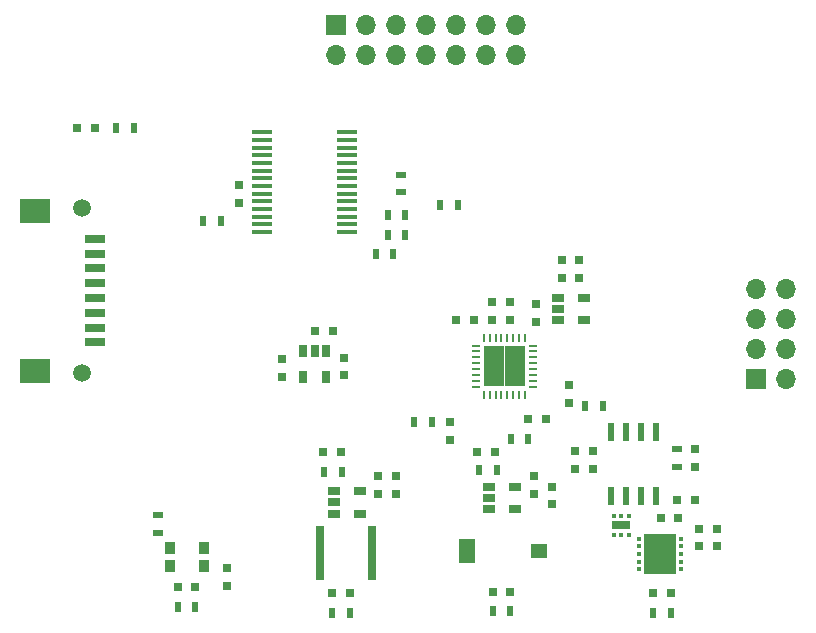
<source format=gts>
G04 #@! TF.FileFunction,Soldermask,Top*
%FSLAX46Y46*%
G04 Gerber Fmt 4.6, Leading zero omitted, Abs format (unit mm)*
G04 Created by KiCad (PCBNEW 4.0.6) date Monday, August 21, 2017 'PMt' 07:11:47 PM*
%MOMM*%
%LPD*%
G01*
G04 APERTURE LIST*
%ADD10C,0.100000*%
%ADD11R,1.750000X0.450000*%
%ADD12R,0.750000X0.800000*%
%ADD13R,0.800000X0.750000*%
%ADD14R,0.797560X0.797560*%
%ADD15R,1.400000X1.200000*%
%ADD16R,1.400000X2.000000*%
%ADD17R,0.750000X4.550000*%
%ADD18C,1.500000*%
%ADD19R,2.600000X2.000000*%
%ADD20R,1.800000X0.700000*%
%ADD21R,1.700000X1.700000*%
%ADD22O,1.700000X1.700000*%
%ADD23R,0.500000X0.900000*%
%ADD24R,0.900000X0.500000*%
%ADD25R,0.450000X0.350000*%
%ADD26R,2.700000X3.400000*%
%ADD27R,0.250000X0.700000*%
%ADD28R,0.700000X0.250000*%
%ADD29R,1.725000X1.725000*%
%ADD30R,1.060000X0.650000*%
%ADD31R,0.650000X1.060000*%
%ADD32R,0.600000X1.550000*%
%ADD33R,0.900000X1.000000*%
%ADD34R,0.350000X0.400000*%
%ADD35R,1.600000X0.800000*%
G04 APERTURE END LIST*
D10*
D11*
X120860000Y-65752000D03*
X120860000Y-66402000D03*
X120860000Y-67052000D03*
X120860000Y-67702000D03*
X120860000Y-68352000D03*
X120860000Y-69002000D03*
X120860000Y-69652000D03*
X120860000Y-70302000D03*
X120860000Y-70952000D03*
X120860000Y-71602000D03*
X120860000Y-72252000D03*
X120860000Y-72902000D03*
X120860000Y-73552000D03*
X120860000Y-74202000D03*
X128060000Y-74202000D03*
X128060000Y-73552000D03*
X128060000Y-72902000D03*
X128060000Y-72252000D03*
X128060000Y-71602000D03*
X128060000Y-70952000D03*
X128060000Y-70302000D03*
X128060000Y-69652000D03*
X128060000Y-69002000D03*
X128060000Y-68352000D03*
X128060000Y-67702000D03*
X128060000Y-67052000D03*
X128060000Y-66402000D03*
X128060000Y-65752000D03*
D12*
X159385000Y-100814000D03*
X159385000Y-99314000D03*
X157861000Y-100814000D03*
X157861000Y-99314000D03*
X136779000Y-90309000D03*
X136779000Y-91809000D03*
D13*
X143395000Y-90043000D03*
X144895000Y-90043000D03*
D12*
X146812000Y-88646000D03*
X146812000Y-87146000D03*
D13*
X146201000Y-78105000D03*
X147701000Y-78105000D03*
X155980000Y-96901000D03*
X157480000Y-96901000D03*
X146201000Y-76581000D03*
X147701000Y-76581000D03*
X125361000Y-82550000D03*
X126861000Y-82550000D03*
X154583000Y-98425000D03*
X156083000Y-98425000D03*
X138787000Y-81661000D03*
X137287000Y-81661000D03*
X140335000Y-81661000D03*
X141835000Y-81661000D03*
D12*
X144018000Y-81788000D03*
X144018000Y-80288000D03*
X157480000Y-92595000D03*
X157480000Y-94095000D03*
X122555000Y-86487000D03*
X122555000Y-84987000D03*
D13*
X140347000Y-80137000D03*
X141847000Y-80137000D03*
D12*
X127762000Y-86348000D03*
X127762000Y-84848000D03*
X117856000Y-102640000D03*
X117856000Y-104140000D03*
D13*
X148844000Y-92710000D03*
X147344000Y-92710000D03*
X148820000Y-94234000D03*
X147320000Y-94234000D03*
D12*
X118872000Y-71731000D03*
X118872000Y-70231000D03*
D13*
X139077000Y-92837000D03*
X140577000Y-92837000D03*
D12*
X145415000Y-97270000D03*
X145415000Y-95770000D03*
D13*
X125996000Y-92837000D03*
X127496000Y-92837000D03*
D12*
X143891000Y-96381000D03*
X143891000Y-94881000D03*
X132207000Y-96369000D03*
X132207000Y-94869000D03*
X130683000Y-96369000D03*
X130683000Y-94869000D03*
D14*
X106680000Y-65405000D03*
X105181400Y-65405000D03*
X115189000Y-104267000D03*
X113690400Y-104267000D03*
X128270000Y-104775000D03*
X126771400Y-104775000D03*
X141859000Y-104648000D03*
X140360400Y-104648000D03*
X155435300Y-104775000D03*
X153936700Y-104775000D03*
D15*
X144272000Y-101219000D03*
D16*
X138172000Y-101219000D03*
D17*
X125725000Y-101346000D03*
X130175000Y-101346000D03*
D18*
X105600000Y-72190000D03*
X105600000Y-86140000D03*
D19*
X101600000Y-85940000D03*
X101600000Y-72390000D03*
D20*
X106700000Y-83540000D03*
X106700000Y-82290000D03*
X106700000Y-81040000D03*
X106700000Y-79790000D03*
X106700000Y-78540000D03*
X106700000Y-77290000D03*
X106700000Y-76040000D03*
X106700000Y-74790000D03*
D21*
X162687000Y-86614000D03*
D22*
X165227000Y-86614000D03*
X162687000Y-84074000D03*
X165227000Y-84074000D03*
X162687000Y-81534000D03*
X165227000Y-81534000D03*
X162687000Y-78994000D03*
X165227000Y-78994000D03*
D21*
X127127000Y-56642000D03*
D22*
X127127000Y-59182000D03*
X129667000Y-56642000D03*
X129667000Y-59182000D03*
X132207000Y-56642000D03*
X132207000Y-59182000D03*
X134747000Y-56642000D03*
X134747000Y-59182000D03*
X137287000Y-56642000D03*
X137287000Y-59182000D03*
X139827000Y-56642000D03*
X139827000Y-59182000D03*
X142367000Y-56642000D03*
X142367000Y-59182000D03*
D23*
X135231000Y-90297000D03*
X133731000Y-90297000D03*
X143383000Y-91694000D03*
X141883000Y-91694000D03*
X148209000Y-88900000D03*
X149709000Y-88900000D03*
X109970000Y-65405000D03*
X108470000Y-65405000D03*
X137402000Y-71882000D03*
X135902000Y-71882000D03*
D24*
X155956000Y-92595000D03*
X155956000Y-94095000D03*
D23*
X113689000Y-105918000D03*
X115189000Y-105918000D03*
X126770000Y-106426000D03*
X128270000Y-106426000D03*
D24*
X112014000Y-99671000D03*
X112014000Y-98171000D03*
D23*
X140359000Y-106299000D03*
X141859000Y-106299000D03*
X153936000Y-106426000D03*
X155436000Y-106426000D03*
D24*
X132588000Y-69354000D03*
X132588000Y-70854000D03*
D23*
X115848000Y-73279000D03*
X117348000Y-73279000D03*
X131953000Y-76073000D03*
X130453000Y-76073000D03*
X132969000Y-72771000D03*
X131469000Y-72771000D03*
X132969000Y-74422000D03*
X131469000Y-74422000D03*
X139192000Y-94361000D03*
X140692000Y-94361000D03*
X126111000Y-94488000D03*
X127611000Y-94488000D03*
D25*
X156337000Y-102758000D03*
X156337000Y-102108000D03*
X156337000Y-101458000D03*
X156337000Y-100808000D03*
X156337000Y-100158000D03*
X152787000Y-100158000D03*
X152787000Y-100808000D03*
X152787000Y-101458000D03*
X152787000Y-102108000D03*
X152787000Y-102758000D03*
D26*
X154562000Y-101458000D03*
D27*
X139614000Y-87970000D03*
X140114000Y-87970000D03*
X140614000Y-87970000D03*
X141114000Y-87970000D03*
X141614000Y-87970000D03*
X142114000Y-87970000D03*
X142614000Y-87970000D03*
X143114000Y-87970000D03*
D28*
X143764000Y-87320000D03*
X143764000Y-86820000D03*
X143764000Y-86320000D03*
X143764000Y-85820000D03*
X143764000Y-85320000D03*
X143764000Y-84820000D03*
X143764000Y-84320000D03*
X143764000Y-83820000D03*
D27*
X143114000Y-83170000D03*
X142614000Y-83170000D03*
X142114000Y-83170000D03*
X141614000Y-83170000D03*
X141114000Y-83170000D03*
X140614000Y-83170000D03*
X140114000Y-83170000D03*
X139614000Y-83170000D03*
D28*
X138964000Y-83820000D03*
X138964000Y-84320000D03*
X138964000Y-84820000D03*
X138964000Y-85320000D03*
X138964000Y-85820000D03*
X138964000Y-86320000D03*
X138964000Y-86820000D03*
X138964000Y-87320000D03*
D29*
X142226500Y-84707500D03*
X140501500Y-84707500D03*
X142226500Y-86432500D03*
X140501500Y-86432500D03*
D30*
X145923000Y-79761000D03*
X145923000Y-80711000D03*
X145923000Y-81661000D03*
X148123000Y-81661000D03*
X148123000Y-79761000D03*
D31*
X126238000Y-84287000D03*
X125288000Y-84287000D03*
X124338000Y-84287000D03*
X124338000Y-86487000D03*
X126238000Y-86487000D03*
D32*
X150368000Y-96553000D03*
X151638000Y-96553000D03*
X152908000Y-96553000D03*
X154178000Y-96553000D03*
X154178000Y-91153000D03*
X152908000Y-91153000D03*
X151638000Y-91153000D03*
X150368000Y-91153000D03*
D33*
X113051000Y-100989000D03*
X113051000Y-102489000D03*
X115951000Y-102489000D03*
X115951000Y-100989000D03*
D30*
X140040000Y-95763000D03*
X140040000Y-96713000D03*
X140040000Y-97663000D03*
X142240000Y-97663000D03*
X142240000Y-95763000D03*
X126959000Y-96139000D03*
X126959000Y-97089000D03*
X126959000Y-98039000D03*
X129159000Y-98039000D03*
X129159000Y-96139000D03*
D34*
X151907000Y-98247000D03*
X151257000Y-98247000D03*
X150607000Y-98247000D03*
X150607000Y-99822000D03*
X151257000Y-99822000D03*
X151907000Y-99822000D03*
D35*
X151257000Y-99034500D03*
M02*

</source>
